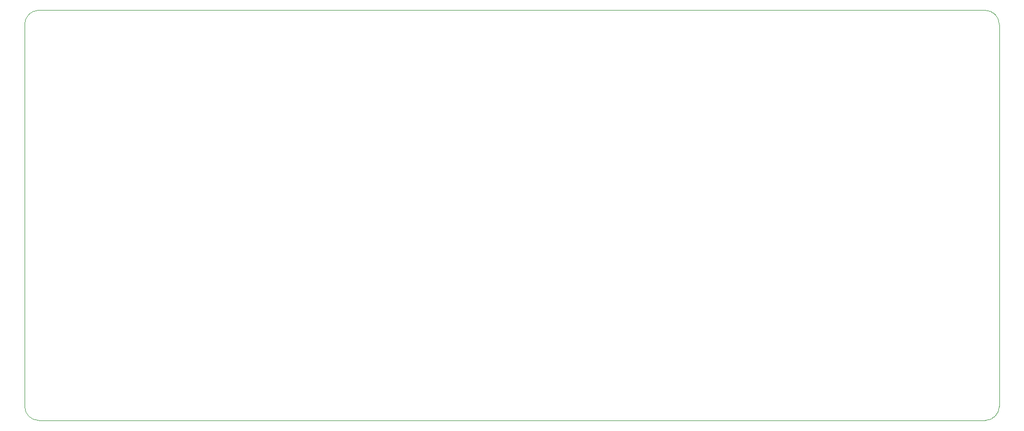
<source format=gbr>
%TF.GenerationSoftware,KiCad,Pcbnew,(7.0.0)*%
%TF.CreationDate,2023-04-09T14:20:33-07:00*%
%TF.ProjectId,SidecarXE85,53696465-6361-4725-9845-38352e6b6963,1*%
%TF.SameCoordinates,Original*%
%TF.FileFunction,Profile,NP*%
%FSLAX46Y46*%
G04 Gerber Fmt 4.6, Leading zero omitted, Abs format (unit mm)*
G04 Created by KiCad (PCBNEW (7.0.0)) date 2023-04-09 14:20:33*
%MOMM*%
%LPD*%
G01*
G04 APERTURE LIST*
%TA.AperFunction,Profile*%
%ADD10C,0.100000*%
%TD*%
G04 APERTURE END LIST*
D10*
X179291202Y-10222452D02*
X19747452Y-10222452D01*
X19747452Y-10222452D02*
G75*
G03*
X17366202Y-12603702I-2J-2381248D01*
G01*
X17366203Y-77056227D02*
G75*
G03*
X19747452Y-79437477I2381247J-3D01*
G01*
X179291202Y-79437452D02*
G75*
G03*
X181672452Y-77056227I-102J2381352D01*
G01*
X181672452Y-12603702D02*
X181672452Y-77056227D01*
X179291202Y-79437477D02*
X19747452Y-79437477D01*
X17366202Y-77056227D02*
X17366202Y-12603702D01*
X181672448Y-12603702D02*
G75*
G03*
X179291202Y-10222452I-2381248J2D01*
G01*
M02*

</source>
